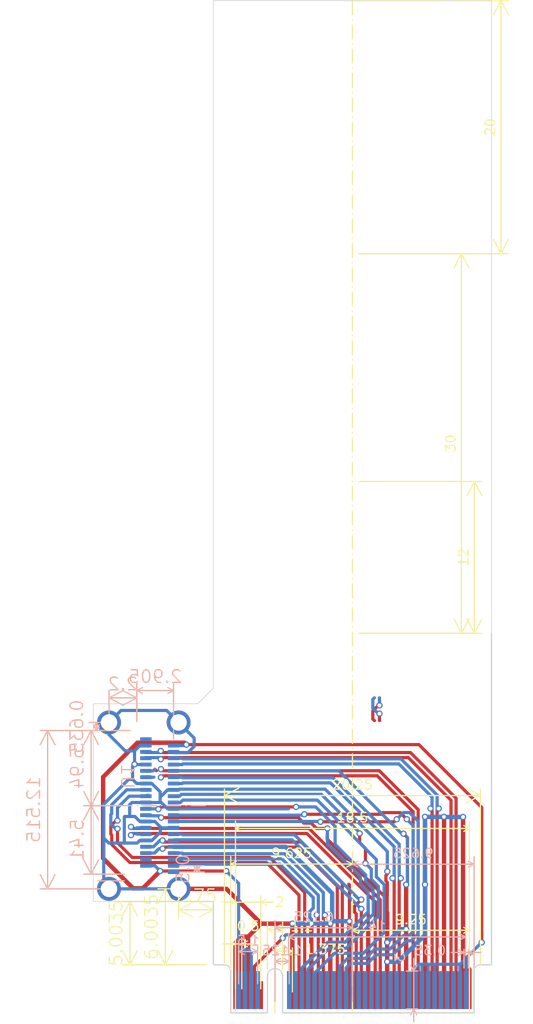
<source format=kicad_pcb>
(kicad_pcb (version 20241229) (generator "pcbnew") (generator_version "9.0")
  (layers (0 "F.Cu" mixed) (2 "B.Cu" mixed) (13 "F.Paste" user) (15 "B.Paste" user) (5 "F.SilkS" user "F.Silkscreen") (7 "B.SilkS" user "B.Silkscreen") (1 "F.Mask" user) (3 "B.Mask" user) (25 "Edge.Cuts" user))
  (net 0 "")
  (net 1 "Net-(U1-2W_SDA)")
  (net 3 "/GND")
  (net 5 "Net-(U1-2W_SCL)")
  (net 6 "/3V3")
  (net 7 "Net-(U1-CPRSNT{slash}CLKREQ)")
  (net 8 "Net-(U1-CWAKE{slash}PEWAKE)")
  (net 9 "Net-(U1-BP_Type{slash}PEDET)")
  (net 10 "/VCKP")
  (net 16 "Net-(U1-PERST)")
  (net 20 "/VCKN")
  (net 24 "/T2N")
  (net 25 "/T0P")
  (net 26 "/T0N")
  (net 27 "/T1P")
  (net 28 "/T3P")
  (net 30 "/T1N")
  (net 32 "/T2P")
  (net 33 "/T3N")
  (net 35 "/R2P")
  (net 36 "/R0N")
  (net 37 "/R0P")
  (net 38 "/R1N")
  (net 39 "/R1P")
  (net 41 "/R3N")
  (net 45 "/R3P")
  (net 46 "/R2N")
  (footprint "Kustom:M.2_M_KEY" (layer "F.Cu") (at 59.91 121.2)
    (property "Reference" "U2" (hide yes))
    (property "Value" "~" (hide yes))
    (fp_line (start -1.75 -2.39646) (end -1.75 -7.4) (stroke (width 0.1)) (layer "Edge.Cuts"))
    (fp_line (start -0.875 -2.39646) (end -1.75 -2.39646) (stroke (width 0.1)) (layer "Edge.Cuts"))
    (fp_line (start -0.375 1.4) (end -0.375 -1.892841) (stroke (width 0.1)) (layer "Edge.Cuts"))
    (fp_line (start 2.525 -1.5) (end 2.525 1.4) (stroke (width 0.1)) (layer "Edge.Cuts"))
    (fp_line (start 2.525 1.4) (end -0.375 1.4) (stroke (width 0.1)) (layer "Edge.Cuts"))
    (fp_line (start 3.725 -1.5) (end 3.725 1.4) (stroke (width 0.1)) (layer "Edge.Cuts"))
    (fp_line (start 18.875 1.4) (end 3.725 1.4) (stroke (width 0.1)) (layer "Edge.Cuts"))
    (fp_line (start 18.875 1.4) (end 18.875 -1.9) (stroke (width 0.1)) (layer "Edge.Cuts"))
    (fp_line (start 19.375 -2.39646) (end 20.25 -2.39646) (stroke (width 0.1)) (layer "Edge.Cuts"))
    (fp_line (start 20.25 -2.39646) (end 20.25 -28.6) (stroke (width 0.1)) (layer "Edge.Cuts"))
    (fp_arc (start -0.875 -2.39646) (mid -0.522696 -2.251263) (end -0.375 -1.9) (stroke (width 0.1)) (layer "Edge.Cuts"))
    (fp_arc (start 2.525 -1.5) (mid 3.125 -2.1) (end 3.725 -1.5) (stroke (width 0.1)) (layer "Edge.Cuts"))
    (fp_arc (start 18.875 -1.9) (mid 19.022696 -2.251263) (end 19.375 -2.39646) (stroke (width 0.1)) (layer "Edge.Cuts"))
  )
  (footprint "Kustom:LDN_2423_17CT0-7H Oculink SFF-8612" (layer "B.Cu") (at 52.82 110.975 90)
    (property "Reference" "U1")
    (property "Value" "~" (hide yes))
  )
  (gr_line (start 58.16 96.93) (end 56.92 98.17) (stroke (width 0.05)) (layer "Edge.Cuts"))
  (gr_line (start 80.16 42.6) (end 58.16 42.6) (stroke (width 0.05)) (layer "Edge.Cuts"))
  (gr_line (start 80.16 92.6) (end 80.16 42.6) (stroke (width 0.05)) (layer "Edge.Cuts"))
  (gr_line (start 58.16 42.6) (end 58.16 96.93) (stroke (width 0.05)) (layer "Edge.Cuts"))
  (gr_line (start 48.66 113.8) (end 48.66 98.17) (stroke (width 0.05)) (layer "Edge.Cuts"))
  (gr_line (start 58.16 113.8) (end 48.66 113.8) (stroke (width 0.05)) (layer "Edge.Cuts"))
  (gr_line (start 56.92 98.17) (end 48.66 98.17) (stroke (width 0.05)) (layer "Edge.Cuts"))
  (dimension (type orthogonal) (layer "F.SilkS") (pts (xy 55.41 112.8) (xy 58.16 118.80354)) (height 1.65) (orientation 0) (format (prefix "") (suffix "") (units 3) (units_format 0) (precision 4) (suppress_zeroes yes)) (style (thickness 0.1) (arrow_length 1.27) (text_position_mode 0) (arrow_direction outward) (extension_height 0.58642) (extension_offset 0.5) (keep_text_aligned yes)) (gr_text "2.75" (at 56.785 113.35 0) (layer "F.SilkS") (effects (font (size 1 1) (thickness 0.1)))))
  (dimension (type orthogonal) (layer "F.SilkS") (pts (xy 55.41 112.8) (xy 56.99 118.80354)) (height -1.05) (orientation 1) (format (prefix "") (suffix "") (units 3) (units_format 0) (precision 4) (suppress_zeroes yes)) (style (thickness 0.1) (arrow_length 1.27) (text_position_mode 0) (arrow_direction outward) (extension_height 0.58642) (extension_offset 0.5) (keep_text_aligned yes)) (gr_text "6.0035" (at 53.26 115.80177 90) (layer "F.SilkS") (effects (font (size 1 1) (thickness 0.1)))))
  (segment (start 71.206123 98.3) (end 70.774 98.732123) (width 0.25) (layer "F.Cu") (net 0))
  (segment (start 71.3 98.3) (end 71.206123 98.3) (width 0.25) (layer "F.Cu") (net 0))
  (segment (start 71.3 99.5) (end 71.3 98.95) (width 0.25) (layer "F.Cu") (net 0))
  (segment (start 70.774 98.732123) (end 70.774 99.375) (width 0.25) (layer "F.Cu") (net 0))
  (segment (start 70.774 99.375) (end 70.9 99.501) (width 0.25) (layer "F.Cu") (net 0))
  (via (at 71.3 98.95) (size 0.5) (drill 0.3) (layers "F.Cu" "B.Cu") (net 0))
  (via (at 71.3 98.3) (size 0.5) (drill 0.3) (layers "F.Cu" "B.Cu") (net 0))
  (segment (start 71.3 98.3) (end 71.3 97.7) (width 0.25) (layer "B.Cu") (net 0))
  (segment (start 71.3 98.3) (end 71.301 98.299) (width 0.25) (layer "B.Cu") (net 0))
  (segment (start 71.3 98.95) (end 71.206123 98.95) (width 0.25) (layer "B.Cu") (net 0))
  (segment (start 70.774 97.826) (end 70.9 97.7) (width 0.25) (layer "B.Cu") (net 0))
  (segment (start 70.774 98.517877) (end 70.774 97.826) (width 0.25) (layer "B.Cu") (net 0))
  (segment (start 71.206123 98.95) (end 70.774 98.517877) (width 0.25) (layer "B.Cu") (net 0))
  (segment (start 71.445 106.905) (end 71.575 106.775) (width 0.25) (layer "F.Cu") (net 1))
  (segment (start 65.353732 106.901268) (end 65.357464 106.905) (width 0.25) (layer "F.Cu") (net 1))
  (segment (start 71.575 106.775) (end 72.941123 106.775) (width 0.25) (layer "F.Cu") (net 1))
  (segment (start 65.357464 106.905) (end 71.445 106.905) (width 0.25) (layer "F.Cu") (net 1))
  (segment (start 72.941123 106.775) (end 73.462123 107.296) (width 0.25) (layer "F.Cu") (net 1))
  (via (at 65.353732 106.901268) (size 0.5) (drill 0.3) (layers "F.Cu" "B.Cu") (net 1))
  (via (at 73.462123 107.296) (size 0.5) (drill 0.3) (layers "F.Cu" "B.Cu") (net 1))
  (segment (start 65.353732 106.901268) (end 65.28 106.975) (width 0.25) (layer "B.Cu") (net 1))
  (segment (start 65.28 106.975) (end 55.01 106.975) (width 0.25) (layer "B.Cu") (net 1))
  (segment (start 68.781739 118.291001) (end 70.197076 118.291001) (width 0.25) (layer "B.Cu") (net 1))
  (segment (start 73.185 116.498878) (end 73.192123 116.506) (width 0.25) (layer "B.Cu") (net 1))
  (segment (start 73.959 116.041) (end 73.959 107.797123) (width 0.25) (layer "B.Cu") (net 1))
  (segment (start 73.192123 116.506) (end 73.627877 116.506) (width 0.25) (layer "B.Cu") (net 1))
  (segment (start 72.127877 117.556) (end 73.185 116.498878) (width 0.25) (layer "B.Cu") (net 1))
  (segment (start 73.961123 107.795) (end 73.462123 107.296) (width 0.25) (layer "B.Cu") (net 1))
  (segment (start 73.627877 116.506) (end 73.936 116.197877) (width 0.25) (layer "B.Cu") (net 1))
  (segment (start 73.936 116.197877) (end 73.936 116.064) (width 0.25) (layer "B.Cu") (net 1))
  (segment (start 68.16 120.8) (end 68.16 118.91274) (width 0.25) (layer "B.Cu") (net 1))
  (segment (start 70.197076 118.291001) (end 70.932077 117.556) (width 0.25) (layer "B.Cu") (net 1))
  (segment (start 70.932077 117.556) (end 72.127877 117.556) (width 0.25) (layer "B.Cu") (net 1))
  (segment (start 73.936 116.064) (end 73.959 116.041) (width 0.25) (layer "B.Cu") (net 1))
  (segment (start 73.959 107.797123) (end 73.961123 107.795) (width 0.25) (layer "B.Cu") (net 1))
  (segment (start 68.16 118.91274) (end 68.781739 118.291001) (width 0.25) (layer "B.Cu") (net 1))
  (segment (start 71.91 117.03) (end 71.91 114.7) (width 0.35) (layer "F.Cu") (net 3))
  (segment (start 60.91 116.58) (end 61.94 115.55) (width 0.35) (layer "F.Cu") (net 3))
  (segment (start 73.41 112.46) (end 73.51 112.36) (width 0.25) (layer "F.Cu") (net 3))
  (segment (start 74.91 112.47) (end 74.9 112.46) (width 0.35) (layer "F.Cu") (net 3))
  (segment (start 70.41 121.2) (end 70.41 116.247539) (width 0.35) (layer "F.Cu") (net 3))
  (segment (start 78.41 119.17) (end 77.91 118.67) (width 0.35) (layer "F.Cu") (net 3))
  (segment (start 65.91 115.55) (end 65.92 115.54) (width 0.35) (layer "F.Cu") (net 3))
  (segment (start 73.41 115.98) (end 73.41 112.46) (width 0.35) (layer "F.Cu") (net 3))
  (segment (start 59.91 117.08) (end 60.41 116.58) (width 0.35) (layer "F.Cu") (net 3))
  (segment (start 68.92 115.36) (end 68.92 112.48) (width 0.25) (layer "F.Cu") (net 3))
  (segment (start 73.51 112.36) (end 73.51 108.75) (width 0.25) (layer "F.Cu") (net 3))
  (segment (start 61.94 115.55) (end 64.41 115.55) (width 0.35) (layer "F.Cu") (net 3))
  (segment (start 71.91 118.56) (end 71.91 117.03) (width 0.35) (layer "F.Cu") (net 3))
  (segment (start 74.9 107.11) (end 74.9 112.46) (width 0.35) (layer "F.Cu") (net 3))
  (segment (start 73.41 121.2) (end 73.41 115.98) (width 0.35) (layer "F.Cu") (net 3))
  (segment (start 77.91 121.2) (end 77.91 118.67) (width 0.35) (layer "F.Cu") (net 3))
  (segment (start 70.41 116.247539) (end 70.41 113.94) (width 0.25) (layer "F.Cu") (net 3))
  (segment (start 78.41 121.2) (end 78.41 119.17) (width 0.35) (layer "F.Cu") (net 3))
  (segment (start 71.91 121.2) (end 71.91 118.56) (width 0.35) (layer "F.Cu") (net 3))
  (segment (start 76.41 107.12) (end 76.4 107.11) (width 0.35) (layer "F.Cu") (net 3))
  (segment (start 77.91 118.67) (end 77.91 107.12) (width 0.35) (layer "F.Cu") (net 3))
  (segment (start 60.91 121.2) (end 60.91 116.58) (width 0.35) (layer "F.Cu") (net 3))
  (segment (start 60.41 116.58) (end 60.91 116.58) (width 0.35) (layer "F.Cu") (net 3))
  (segment (start 65.91 121.2) (end 65.91 115.55) (width 0.35) (layer "F.Cu") (net 3))
  (segment (start 55.41 112.8) (end 59.19 112.8) (width 0.35) (layer "F.Cu") (net 3))
  (segment (start 67.16 108.86) (end 67.16 108.551) (width 0.25) (layer "F.Cu") (net 3))
  (segment (start 68.91 121.2) (end 68.91 115.37) (width 0.35) (layer "F.Cu") (net 3))
  (segment (start 71.91 113.323877) (end 71.92 113.313877) (width 0.25) (layer "F.Cu") (net 3))
  (segment (start 59.19 112.8) (end 61.94 115.55) (width 0.35) (layer "F.Cu") (net 3))
  (segment (start 71.92 111.631123) (end 71.92 111.42) (width 0.25) (layer "F.Cu") (net 3))
  (segment (start 76.41 121.2) (end 76.41 107.12) (width 0.35) (layer "F.Cu") (net 3))
  (segment (start 67.41 115.54) (end 67.41 121.2) (width 0.35) (layer "F.Cu") (net 3))
  (segment (start 68.92 112.48) (end 68.87 112.43) (width 0.25) (layer "F.Cu") (net 3))
  (segment (start 71.92 113.313877) (end 71.92 112.288877) (width 0.25) (layer "F.Cu") (net 3))
  (segment (start 60.41 121.2) (end 60.41 116.58) (width 0.35) (layer "F.Cu") (net 3))
  (segment (start 71.809 111.742123) (end 71.92 111.631123) (width 0.25) (layer "F.Cu") (net 3))
  (segment (start 74.91 121.2) (end 74.91 112.47) (width 0.35) (layer "F.Cu") (net 3))
  (segment (start 71.92 112.288877) (end 71.809 112.177877) (width 0.25) (layer "F.Cu") (net 3))
  (segment (start 71.91 114.7) (end 71.91 113.323877) (width 0.25) (layer "F.Cu") (net 3))
  (segment (start 71.623877 113.323877) (end 67.16 108.86) (width 0.25) (layer "F.Cu") (net 3))
  (segment (start 71.91 113.323877) (end 71.623877 113.323877) (width 0.25) (layer "F.Cu") (net 3))
  (segment (start 64.41 121.2) (end 64.41 115.55) (width 0.35) (layer "F.Cu") (net 3))
  (segment (start 59.91 121.2) (end 59.91 117.08) (width 0.35) (layer "F.Cu") (net 3))
  (segment (start 73.51 108.75) (end 73.2 108.44) (width 0.25) (layer "F.Cu") (net 3))
  (segment (start 68.91 115.37) (end 68.92 115.36) (width 0.35) (layer "F.Cu") (net 3))
  (segment (start 71.809 112.177877) (end 71.809 111.742123) (width 0.25) (layer "F.Cu") (net 3))
  (via (at 64.41 115.55) (size 0.5) (drill 0.3) (layers "F.Cu" "B.Cu") (net 3))
  (via (at 68.92 115.36) (size 0.5) (drill 0.3) (layers "F.Cu" "B.Cu") (net 3))
  (via (at 74.9 112.46) (size 0.5) (drill 0.3) (layers "F.Cu" "B.Cu") (net 3))
  (via (at 76.4 107.11) (size 0.5) (drill 0.3) (layers "F.Cu" "B.Cu") (net 3))
  (via (at 71.91 117.03) (size 0.5) (drill 0.3) (layers "F.Cu" "B.Cu") (net 3))
  (via (at 65.92 115.54) (size 0.5) (drill 0.3) (layers "F.Cu" "B.Cu") (net 3))
  (via (at 71.91 118.56) (size 0.5) (drill 0.3) (layers "F.Cu" "B.Cu") (net 3))
  (via (at 67.41 115.54) (size 0.5) (drill 0.3) (layers "F.Cu" "B.Cu") (net 3))
  (via (at 73.41 115.98) (size 0.5) (drill 0.3) (layers "F.Cu" "B.Cu") (net 3))
  (via (at 74.9 107.11) (size 0.5) (drill 0.3) (layers "F.Cu" "B.Cu") (net 3))
  (via (at 73.41 112.46) (size 0.5) (drill 0.3) (layers "F.Cu" "B.Cu") (net 3))
  (via (at 77.91 107.12) (size 0.5) (drill 0.3) (layers "F.Cu" "B.Cu") (net 3))
  (via (at 51.925 102.95) (size 0.5) (drill 0.3) (layers "F.Cu" "B.Cu") (net 3))
  (via (at 73.2 108.44) (size 0.5) (drill 0.3) (layers "F.Cu" "B.Cu") (net 3))
  (via (at 71.92 111.42) (size 0.5) (drill 0.3) (layers "F.Cu" "B.Cu") (net 3))
  (segment (start 73.41 112.46) (end 73.511 112.359) (width 0.25) (layer "B.Cu") (net 3))
  (segment (start 52.345626 101.475) (end 52.82 101.475) (width 0.25) (layer "B.Cu") (net 3))
  (segment (start 51.51 106.18) (end 51.54 106.21) (width 0.25) (layer "B.Cu") (net 3))
  (segment (start 49.49 108.79) (end 49.88 109.18) (width 0.25) (layer "B.Cu") (net 3))
  (segment (start 55.876601 110.906) (end 55.932601 110.85) (width 0.25) (layer "B.Cu") (net 3))
  (segment (start 51.77 104.15) (end 51.45 104.15) (width 0.25) (layer "B.Cu") (net 3))
  (segment (start 51.54 107.08) (end 51.950626 107.08) (width 0.25) (layer "B.Cu") (net 3))
  (segment (start 56.64 100.88) (end 55.41 99.65) (width 0.25) (layer "B.Cu") (net 3))
  (segment (start 63.42 110.85) (end 66.059 113.489) (width 0.25) (layer "B.Cu") (net 3))
  (segment (start 65.79 115.068877) (end 65.92 115.198877) (width 0.25) (layer "B.Cu") (net 3))
  (segment (start 52.345626 107.475) (end 52.82 107.475) (width 0.25) (layer "B.Cu") (net 3))
  (segment (start 55.01 106.475) (end 54.535626 106.475) (width 0.25) (layer "B.Cu") (net 3))
  (segment (start 55.01 104.975) (end 54.535626 104.975) (width 0.25) (layer "B.Cu") (net 3))
  (segment (start 51.77 104.15) (end 52.095 104.475) (width 0.25) (layer "B.Cu") (net 3))
  (segment (start 54.535626 106.475) (end 54.035626 105.975) (width 0.25) (layer "B.Cu") (net 3))
  (segment (start 51.925 101.895626) (end 51.185626 101.895626) (width 0.25) (layer "B.Cu") (net 3))
  (segment (start 63.88281 109.475) (end 67.561 113.15319) (width 0.35) (layer "B.Cu") (net 3))
  (segment (start 73.511 112.359) (end 73.511 108.751) (width 0.25) (layer "B.Cu") (net 3))
  (segment (start 66.059 114.321) (end 65.79 114.59) (width 0.25) (layer "B.Cu") (net 3))
  (segment (start 55.01 103.475) (end 68.092937 103.475) (width 0.25) (layer "B.Cu") (net 3))
  (segment (start 55.472274 104.92) (end 55.417274 104.975) (width 0.25) (layer "B.Cu") (net 3))
  (segment (start 55.01 109.475) (end 63.88281 109.475) (width 0.35) (layer "B.Cu") (net 3))
  (segment (start 51.950626 107.08) (end 52.345626 107.475) (width 0.25) (layer "B.Cu") (net 3))
  (segment (start 49.905 112.8) (end 55.41 112.8) (width 0.25) (layer "B.Cu") (net 3))
  (segment (start 53.970313 107.909687) (end 54.035626 107.975) (width 0.25) (layer "B.Cu") (net 3))
  (segment (start 49.49 112.385) (end 49.49 108.79) (width 0.25) (layer "B.Cu") (net 3))
  (segment (start 51.925 102.95) (end 51.925 101.895626) (width 0.25) (layer "B.Cu") (net 3))
  (segment (start 51.925 102.975) (end 51.77 103.13) (width 0.25) (layer "B.Cu") (net 3))
  (segment (start 49.905 100.615) (end 49.905 99.65) (width 0.25) (layer "B.Cu") (net 3))
  (segment (start 52.82 104.475) (end 53.294374 104.475) (width 0.25) (layer "B.Cu") (net 3))
  (segment (start 53.294374 104.475) (end 53.95 105.130626) (width 0.25) (layer "B.Cu") (net 3))
  (segment (start 54.035626 105.975) (end 53.95 105.975) (width 0.25) (layer "B.Cu") (net 3))
  (segment (start 51.54 106.21) (end 51.54 107.08) (width 0.25) (layer "B.Cu") (net 3))
  (segment (start 71.92 111.42) (end 71.92 109.84) (width 0.25) (layer "B.Cu") (net 3))
  (segment (start 56.136 102.044) (end 56.64 101.54) (width 0.25) (layer "B.Cu") (net 3))
  (segment (start 67.561 113.15319) (end 67.561 115.389) (width 0.35) (layer "B.Cu") (net 3))
  (segment (start 72.778787 118.56) (end 74.9 116.438787) (width 0.35) (layer "B.Cu") (net 3))
  (segment (start 71.92 109.84) (end 67 104.92) (width 0.25) (layer "B.Cu") (net 3))
  (segment (start 55.417274 104.975) (end 55.01 104.975) (width 0.25) (layer "B.Cu") (net 3))
  (segment (start 53.970313 108.309687) (end 53.970313 107.909687) (width 0.25) (layer "B.Cu") (net 3))
  (segment (start 52.82 107.475) (end 53.535626 107.475) (width 0.25) (layer "B.Cu") (net 3))
  (segment (start 55.079 110.906) (end 55.876601 110.906) (width 0.25) (layer "B.Cu") (net 3))
  (segment (start 52.82 102.975) (end 51.925 102.975) (width 0.25) (layer "B.Cu") (net 3))
  (segment (start 51.185626 101.895626) (end 49.905 100.615) (width 0.25) (layer "B.Cu") (net 3))
  (segment (start 76.41 107.12) (end 76.4 107.11) (width 0.35) (layer "B.Cu") (net 3))
  (segment (start 77.91 107.12) (end 76.41 107.12) (width 0.35) (layer "B.Cu") (net 3))
  (segment (start 55.932601 110.85) (end 63.42 110.85) (width 0.25) (layer "B.Cu") (net 3))
  (segment (start 66.059 113.489) (end 66.059 114.321) (width 0.25) (layer "B.Cu") (net 3))
  (segment (start 49.88 109.18) (end 51.099442 109.18) (width 0.25) (layer "B.Cu") (net 3))
  (segment (start 49.905 112.8) (end 49.49 112.385) (width 0.25) (layer "B.Cu") (net 3))
  (segment (start 53.95 105.560626) (end 53.95 105.975) (width 0.25) (layer "B.Cu") (net 3))
  (segment (start 55.01 101.975) (end 55.079 102.044) (width 0.25) (layer "B.Cu") (net 3))
  (segment (start 65.92 115.54) (end 67.41 115.54) (width 0.35) (layer "B.Cu") (net 3))
  (segment (start 51.114721 109.164721) (end 51.114721 107.115279) (width 0.25) (layer "B.Cu") (net 3))
  (segment (start 51.925 102.975) (end 51.925 102.95) (width 0.25) (layer "B.Cu") (net 3))
  (segment (start 55.01 110.975) (end 55.079 110.906) (width 0.25) (layer "B.Cu") (net 3))
  (segment (start 51.77 103.13) (end 51.77 104.15) (width 0.25) (layer "B.Cu") (net 3))
  (segment (start 51.45 104.15) (end 49.49 106.11) (width 0.25) (layer "B.Cu") (net 3))
  (segment (start 49.905 99.65) (end 50.854999 98.700001) (width 0.25) (layer "B.Cu") (net 3))
  (segment (start 51.114721 107.115279) (end 51.15 107.08) (width 0.25) (layer "B.Cu") (net 3))
  (segment (start 55.01 106.475) (end 64.106123 106.475) (width 0.25) (layer "B.Cu") (net 3))
  (segment (start 74.9 107.11) (end 76.4 107.11) (width 0.35) (layer "B.Cu") (net 3))
  (segment (start 52.82 108.975) (end 53.305 108.975) (width 0.25) (layer "B.Cu") (net 3))
  (segment (start 51.15 107.08) (end 51.54 107.08) (width 0.25) (layer "B.Cu") (net 3))
  (segment (start 52.13 109.18) (end 51.13 109.18) (width 0.25) (layer "B.Cu") (net 3))
  (segment (start 73.057937 108.44) (end 73.2 108.44) (width 0.25) (layer "B.Cu") (net 3))
  (segment (start 51.13 109.18) (end 51.114721 109.164721) (width 0.25) (layer "B.Cu") (net 3))
  (segment (start 65.91 115.55) (end 65.92 115.54) (width 0.35) (layer "B.Cu") (net 3))
  (segment (start 65.92 115.198877) (end 65.92 115.54) (width 0.25) (layer "B.Cu") (net 3))
  (segment (start 71.91 118.56) (end 72.778787 118.56) (width 0.35) (layer "B.Cu") (net 3))
  (segment (start 53.305 108.975) (end 53.970313 108.309687) (width 0.25) (layer "B.Cu") (net 3))
  (segment (start 53.95 105.975) (end 52.82 105.975) (width 0.25) (layer "B.Cu") (net 3))
  (segment (start 52.82 105.975) (end 51.715 105.975) (width 0.25) (layer "B.Cu") (net 3))
  (segment (start 53.95 105.130626) (end 53.95 105.560626) (width 0.25) (layer "B.Cu") (net 3))
  (segment (start 67.561 115.389) (end 67.41 115.54) (width 0.35) (layer "B.Cu") (net 3))
  (segment (start 73.41 115.98) (end 72.96 115.98) (width 0.35) (layer "B.Cu") (net 3))
  (segment (start 51.925 101.895626) (end 52.345626 101.475) (width 0.25) (layer "B.Cu") (net 3))
  (segment (start 67.59 115.36) (end 67.561 115.389) (width 0.35) (layer "B.Cu") (net 3))
  (segment (start 56.64 101.54) (end 56.64 100.88) (width 0.25) (layer "B.Cu") (net 3))
  (segment (start 52.82 108.975) (end 52.335 108.975) (width 0.25) (layer "B.Cu") (net 3))
  (segment (start 53.535626 107.475) (end 53.970313 107.909687) (width 0.25) (layer "B.Cu") (net 3))
  (segment (start 52.095 104.475) (end 52.82 104.475) (width 0.25) (layer "B.Cu") (net 3))
  (segment (start 52.335 108.975) (end 52.13 109.18) (width 0.25) (layer "B.Cu") (net 3))
  (segment (start 68.92 115.36) (end 67.59 115.36) (width 0.35) (layer "B.Cu") (net 3))
  (segment (start 50.854999 98.700001) (end 54.460001 98.700001) (width 0.25) (layer "B.Cu") (net 3))
  (segment (start 74.9 116.438787) (end 74.9 107.11) (width 0.35) (layer "B.Cu") (net 3))
  (segment (start 67 104.92) (end 55.472274 104.92) (width 0.25) (layer "B.Cu") (net 3))
  (segment (start 54.460001 98.700001) (end 55.41 99.65) (width 0.25) (layer "B.Cu") (net 3))
  (segment (start 51.099442 109.18) (end 51.114721 109.164721) (width 0.25) (layer "B.Cu") (net 3))
  (segment (start 68.092937 103.475) (end 73.057937 108.44) (width 0.25) (layer "B.Cu") (net 3))
  (segment (start 54.535626 104.975) (end 53.95 105.560626) (width 0.25) (layer "B.Cu") (net 3))
  (segment (start 49.49 106.11) (end 49.49 108.79) (width 0.25) (layer "B.Cu") (net 3))
  (segment (start 65.79 114.59) (end 65.79 115.068877) (width 0.25) (layer "B.Cu") (net 3))
  (segment (start 54.035626 107.975) (end 55.01 107.975) (width 0.25) (layer "B.Cu") (net 3))
  (segment (start 64.41 115.55) (end 65.91 115.55) (width 0.35) (layer "B.Cu") (net 3))
  (segment (start 55.079 102.044) (end 56.136 102.044) (width 0.25) (layer "B.Cu") (net 3))
  (segment (start 51.715 105.975) (end 51.51 106.18) (width 0.25) (layer "B.Cu") (net 3))
  (segment (start 72.96 115.98) (end 71.91 117.03) (width 0.35) (layer "B.Cu") (net 3))
  (segment (start 72.463814 107.5) (end 72.662814 107.301) (width 0.25) (layer "F.Cu") (net 5))
  (segment (start 66.63 107.5) (end 72.463814 107.5) (width 0.25) (layer "F.Cu") (net 5))
  (via (at 72.662814 107.301) (size 0.5) (drill 0.3) (layers "F.Cu" "B.Cu") (net 5))
  (via (at 66.63 107.5) (size 0.5) (drill 0.3) (layers "F.Cu" "B.Cu") (net 5))
  (segment (start 74.36 116.2071) (end 74.36 109.076123) (width 0.25) (layer "B.Cu") (net 5))
  (segment (start 72.34 118.01) (end 73.443 116.907) (width 0.25) (layer "B.Cu") (net 5))
  (segment (start 73.243246 106.771) (end 73.192814 106.771) (width 0.25) (layer "B.Cu") (net 5))
  (segment (start 69.017999 118.692001) (end 70.363176 118.692001) (width 0.25) (layer "B.Cu") (net 5))
  (segment (start 73.192814 106.771) (end 72.662814 107.301) (width 0.25) (layer "B.Cu") (net 5))
  (segment (start 74.36 109.076123) (end 74.362123 109.074) (width 0.25) (layer "B.Cu") (net 5))
  (segment (start 74.337 116.363977) (end 74.337 116.2301) (width 0.25) (layer "B.Cu") (net 5))
  (segment (start 71.045177 118.01) (end 72.34 118.01) (width 0.25) (layer "B.Cu") (net 5))
  (segment (start 74.362123 107.452123) (end 73.68 106.77) (width 0.25) (layer "B.Cu") (net 5))
  (segment (start 73.443 116.907) (end 73.793977 116.907) (width 0.25) (layer "B.Cu") (net 5))
  (segment (start 73.244246 106.77) (end 73.243246 106.771) (width 0.25) (layer "B.Cu") (net 5))
  (segment (start 55.035 107.5) (end 55.01 107.475) (width 0.25) (layer "B.Cu") (net 5))
  (segment (start 73.793977 116.907) (end 74.337 116.363977) (width 0.25) (layer "B.Cu") (net 5))
  (segment (start 68.66 119.05) (end 69.017999 118.692001) (width 0.25) (layer "B.Cu") (net 5))
  (segment (start 66.605 107.475) (end 66.63 107.5) (width 0.25) (layer "B.Cu") (net 5))
  (segment (start 55.01 107.475) (end 66.605 107.475) (width 0.25) (layer "B.Cu") (net 5))
  (segment (start 70.363176 118.692001) (end 71.045177 118.01) (width 0.25) (layer "B.Cu") (net 5))
  (segment (start 68.66 120.8) (end 68.66 119.05) (width 0.25) (layer "B.Cu") (net 5))
  (segment (start 74.362123 109.074) (end 74.362123 107.452123) (width 0.25) (layer "B.Cu") (net 5))
  (segment (start 74.337 116.2301) (end 74.36 116.2071) (width 0.25) (layer "B.Cu") (net 5))
  (segment (start 73.68 106.77) (end 73.244246 106.77) (width 0.25) (layer "B.Cu") (net 5))
  (segment (start 53.95 111.39) (end 52.58 112.76) (width 0.35) (layer "F.Cu") (net 6))
  (segment (start 49.44 110.39) (end 49.44 103.96) (width 0.35) (layer "F.Cu") (net 6))
  (segment (start 51.81 112.76) (end 49.44 110.39) (width 0.35) (layer "F.Cu") (net 6))
  (segment (start 49.44 103.96) (end 52.15 101.25) (width 0.35) (layer "F.Cu") (net 6))
  (segment (start 59.18 111.39) (end 53.95 111.39) (width 0.25) (layer "F.Cu") (net 6))
  (segment (start 79.39 106.37) (end 79.39 117.03) (width 0.25) (layer "F.Cu") (net 6))
  (segment (start 55.87 101.25) (end 56.02 101.4) (width 0.35) (layer "F.Cu") (net 6))
  (segment (start 56.02 101.4) (end 74.42 101.4) (width 0.25) (layer "F.Cu") (net 6))
  (segment (start 74.42 101.4) (end 79.39 106.37) (width 0.25) (layer "F.Cu") (net 6))
  (segment (start 52.58 112.76) (end 51.81 112.76) (width 0.35) (layer "F.Cu") (net 6))
  (segment (start 52.15 101.25) (end 55.87 101.25) (width 0.35) (layer "F.Cu") (net 6))
  (via (at 59.18 111.39) (size 0.5) (drill 0.3) (layers "F.Cu" "B.Cu") (net 6))
  (via (at 56.02 101.4) (size 0.5) (drill 0.3) (layers "F.Cu" "B.Cu") (net 6))
  (via (at 53.95 111.39) (size 0.5) (drill 0.3) (layers "F.Cu" "B.Cu") (net 6))
  (via (at 79.39 117.03) (size 0.5) (drill 0.3) (layers "F.Cu" "B.Cu") (net 6))
  (segment (start 60.66 117.61) (end 60.16 117.61) (width 0.25) (layer "B.Cu") (net 6))
  (segment (start 75.16 120.8) (end 75.16 118.76) (width 0.25) (layer "B.Cu") (net 6))
  (segment (start 74.16 119.01) (end 74.16 120.8) (width 0.25) (layer "B.Cu") (net 6))
  (segment (start 75.66 118.76) (end 75.16 118.76) (width 0.25) (layer "B.Cu") (net 6))
  (segment (start 55.945 101.475) (end 56.02 101.4) (width 0.25) (layer "B.Cu") (net 6))
  (segment (start 61.16 120.8) (end 61.16 117.85) (width 0.25) (layer "B.Cu") (net 6))
  (segment (start 55.01 101.475) (end 55.945 101.475) (width 0.25) (layer "B.Cu") (net 6))
  (segment (start 78.16 118.26) (end 78.16 120.8) (width 0.25) (layer "B.Cu") (net 6))
  (segment (start 78.325 118.095) (end 78.16 118.26) (width 0.25) (layer "B.Cu") (net 6))
  (segment (start 60.16 112.37) (end 60.16 117.61) (width 0.25) (layer "B.Cu") (net 6))
  (segment (start 75.66 118.76) (end 75.95 118.76) (width 0.25) (layer "B.Cu") (net 6))
  (segment (start 74.66 120.8) (end 74.66 118.76) (width 0.25) (layer "B.Cu") (net 6))
  (segment (start 60.16 120.8) (end 60.16 117.61) (width 0.25) (layer "B.Cu") (net 6))
  (segment (start 53.535 110.975) (end 52.82 110.975) (width 0.25) (layer "B.Cu") (net 6))
  (segment (start 75.95 118.76) (end 77.66 118.76) (width 0.25) (layer "B.Cu") (net 6))
  (segment (start 75.66 120.8) (end 75.66 118.76) (width 0.25) (layer "B.Cu") (net 6))
  (segment (start 75.16 118.76) (end 74.66 118.76) (width 0.25) (layer "B.Cu") (net 6))
  (segment (start 53.95 111.39) (end 53.535 110.975) (width 0.25) (layer "B.Cu") (net 6))
  (segment (start 77.66 118.76) (end 78.325 118.095) (width 0.25) (layer "B.Cu") (net 6))
  (segment (start 59.18 111.39) (end 60.16 112.37) (width 0.25) (layer "B.Cu") (net 6))
  (segment (start 74.41 118.76) (end 74.16 119.01) (width 0.25) (layer "B.Cu") (net 6))
  (segment (start 77.66 120.8) (end 77.66 118.76) (width 0.25) (layer "B.Cu") (net 6))
  (segment (start 60.66 120.8) (end 60.66 117.61) (width 0.25) (layer "B.Cu") (net 6))
  (segment (start 60.92 117.61) (end 60.66 117.61) (width 0.25) (layer "B.Cu") (net 6))
  (segment (start 74.66 118.76) (end 74.41 118.76) (width 0.25) (layer "B.Cu") (net 6))
  (segment (start 79.39 117.03) (end 78.325 118.095) (width 0.25) (layer "B.Cu") (net 6))
  (segment (start 61.16 117.85) (end 60.92 117.61) (width 0.25) (layer "B.Cu") (net 6))
  (segment (start 69.73 109.14) (end 69.73 108.42) (width 0.25) (layer "F.Cu") (net 7))
  (segment (start 70.19 110.78) (end 70.19 109.6) (width 0.25) (layer "F.Cu") (net 7))
  (segment (start 70.19 109.6) (end 69.73 109.14) (width 0.25) (layer "F.Cu") (net 7))
  (via (at 69.73 108.42) (size 0.5) (drill 0.3) (layers "F.Cu" "B.Cu") (net 7))
  (via (at 70.19 110.78) (size 0.5) (drill 0.3) (layers "F.Cu" "B.Cu") (net 7))
  (segment (start 68.680999 117.489001) (end 67.578899 117.489001) (width 0.25) (layer "B.Cu") (net 7))
  (segment (start 55.484374 105.475) (end 55.629374 105.33) (width 0.25) (layer "B.Cu") (net 7))
  (segment (start 67.5779 117.49) (end 67.321372 117.49) (width 0.25) (layer "B.Cu") (net 7))
  (segment (start 55.01 105.475) (end 55.484374 105.475) (width 0.25) (layer "B.Cu") (net 7))
  (segment (start 70.65 111.24) (end 70.65 112.04) (width 0.25) (layer "B.Cu") (net 7))
  (segment (start 55.629374 105.33) (end 66.703642 105.33) (width 0.25) (layer "B.Cu") (net 7))
  (segment (start 66.703642 105.33) (end 69.73 108.356358) (width 0.25) (layer "B.Cu") (net 7))
  (segment (start 65.66 119.151371) (end 65.66 120.8) (width 0.25) (layer "B.Cu") (net 7))
  (segment (start 69.73 108.356358) (end 69.73 108.42) (width 0.25) (layer "B.Cu") (net 7))
  (segment (start 71.211 112.601) (end 71.211 114.959) (width 0.25) (layer "B.Cu") (net 7))
  (segment (start 65.787371 119.024) (end 65.7531 119.024) (width 0.25) (layer "B.Cu") (net 7))
  (segment (start 65.709 119.102371) (end 65.66 119.151371) (width 0.25) (layer "B.Cu") (net 7))
  (segment (start 65.709 119.0681) (end 65.709 119.102371) (width 0.25) (layer "B.Cu") (net 7))
  (segment (start 65.7531 119.024) (end 65.709 119.0681) (width 0.25) (layer "B.Cu") (net 7))
  (segment (start 71.211 114.959) (end 68.680999 117.489001) (width 0.25) (layer "B.Cu") (net 7))
  (segment (start 70.65 112.04) (end 71.211 112.601) (width 0.25) (layer "B.Cu") (net 7))
  (segment (start 67.321372 117.49) (end 65.787371 119.024) (width 0.25) (layer "B.Cu") (net 7))
  (segment (start 67.578899 117.489001) (end 67.5779 117.49) (width 0.25) (layer "B.Cu") (net 7))
  (segment (start 70.19 110.78) (end 70.65 111.24) (width 0.25) (layer "B.Cu") (net 7))
  (segment (start 64.7 106.325) (end 53.988785 106.325) (width 0.25) (layer "F.Cu") (net 8))
  (segment (start 53.988785 106.325) (end 53.813785 106.5) (width 0.25) (layer "F.Cu") (net 8))
  (via (at 64.7 106.325) (size 0.5) (drill 0.3) (layers "F.Cu" "B.Cu") (net 8))
  (via (at 53.813785 106.5) (size 0.5) (drill 0.3) (layers "F.Cu" "B.Cu") (net 8))
  (segment (start 70.81 114.7929) (end 69.7229 115.88) (width 0.25) (layer "B.Cu") (net 8))
  (segment (start 52.82 106.475) (end 53.788785 106.475) (width 0.25) (layer "B.Cu") (net 8))
  (segment (start 69.7229 115.88) (end 69.710977 115.88) (width 0.25) (layer "B.Cu") (net 8))
  (segment (start 70.81 113.22) (end 70.81 114.7929) (width 0.25) (layer "B.Cu") (net 8))
  (segment (start 69.710977 115.88) (end 68.759977 116.831) (width 0.25) (layer "B.Cu") (net 8))
  (segment (start 68.759977 116.831) (end 68.759 116.831) (width 0.25) (layer "B.Cu") (net 8))
  (segment (start 70.801 113.211) (end 70.81 113.22) (width 0.25) (layer "B.Cu") (net 8))
  (segment (start 53.788785 106.475) (end 53.813785 106.5) (width 0.25) (layer "B.Cu") (net 8))
  (segment (start 64.7 106.325) (end 66.255 106.325) (width 0.25) (layer "B.Cu") (net 8))
  (segment (start 68.759 116.831) (end 68.57 117.02) (width 0.25) (layer "B.Cu") (net 8))
  (segment (start 66.255 106.325) (end 67.79 107.86) (width 0.25) (layer "B.Cu") (net 8))
  (segment (start 70.21 112.22) (end 70.801 112.811) (width 0.25) (layer "B.Cu") (net 8))
  (segment (start 70.21 111.7029) (end 70.21 112.22) (width 0.25) (layer "B.Cu") (net 8))
  (segment (start 70.801 112.811) (end 70.801 113.211) (width 0.25) (layer "B.Cu") (net 8))
  (segment (start 67.79 109.2829) (end 70.21 111.7029) (width 0.25) (layer "B.Cu") (net 8))
  (segment (start 65.16 119.05) (end 65.16 120.8) (width 0.25) (layer "B.Cu") (net 8))
  (segment (start 67.19 117.02) (end 65.16 119.05) (width 0.25) (layer "B.Cu") (net 8))
  (segment (start 67.79 107.86) (end 67.79 109.2829) (width 0.25) (layer "B.Cu") (net 8))
  (segment (start 68.57 117.02) (end 67.19 117.02) (width 0.25) (layer "B.Cu") (net 8))
  (segment (start 65.31 107.6) (end 64.88 107.17) (width 0.25) (layer "F.Cu") (net 9))
  (segment (start 61.41 118.92) (end 63.64 116.69) (width 0.25) (layer "F.Cu") (net 9))
  (segment (start 67.18 108.025) (end 66.31855 108.025) (width 0.25) (layer "F.Cu") (net 9))
  (segment (start 61.41 121.2) (end 61.41 118.92) (width 0.25) (layer "F.Cu") (net 9))
  (segment (start 64.88 107.17) (end 54.03 107.17) (width 0.25) (layer "F.Cu") (net 9))
  (segment (start 66.31855 108.025) (end 65.89355 107.6) (width 0.25) (layer "F.Cu") (net 9))
  (segment (start 65.89355 107.6) (end 65.31 107.6) (width 0.25) (layer "F.Cu") (net 9))
  (via (at 67.18 108.025) (size 0.5) (drill 0.3) (layers "F.Cu" "B.Cu") (net 9))
  (via (at 63.64 116.69) (size 0.5) (drill 0.3) (layers "F.Cu" "B.Cu") (net 9))
  (via (at 54.03 107.17) (size 0.5) (drill 0.3) (layers "F.Cu" "B.Cu") (net 9))
  (segment (start 69.446 115.577877) (end 68.593877 116.43) (width 0.25) (layer "B.Cu") (net 9))
  (segment (start 52.871 107.026) (end 53.886 107.026) (width 0.25) (layer "B.Cu") (net 9))
  (segment (start 69.446 115.5769) (end 69.446 115.577877) (width 0.25) (layer "B.Cu") (net 9))
  (segment (start 69.79 112.45) (end 70.4 113.06) (width 0.25) (layer "B.Cu") (net 9))
  (segment (start 69.79 111.85) (end 69.79 112.45) (width 0.25) (layer "B.Cu") (net 9))
  (segment (start 70.4 114.6229) (end 69.446 115.5769) (width 0.25) (layer "B.Cu") (net 9))
  (segment (start 52.82 106.975) (end 52.871 107.026) (width 0.25) (layer "B.Cu") (net 9))
  (segment (start 63.9 116.43) (end 63.64 116.69) (width 0.25) (layer "B.Cu") (net 9))
  (segment (start 68.593877 116.43) (end 63.9 116.43) (width 0.25) (layer "B.Cu") (net 9))
  (segment (start 67.18 109.24) (end 69.79 111.85) (width 0.25) (layer "B.Cu") (net 9))
  (segment (start 53.886 107.026) (end 54.03 107.17) (width 0.25) (layer "B.Cu") (net 9))
  (segment (start 70.4 113.06) (end 70.4 114.6229) (width 0.25) (layer "B.Cu") (net 9))
  (segment (start 67.18 108.025) (end 67.18 109.24) (width 0.25) (layer "B.Cu") (net 9))
  (segment (start 64.935 113.295) (end 62.36 110.72) (width 0.25) (layer "F.Cu") (net 10))
  (segment (start 64.91 121.2) (end 64.91 119.549999) (width 0.25) (layer "F.Cu") (net 10))
  (segment (start 64.91 119.549999) (end 64.935 119.524999) (width 0.25) (layer "F.Cu") (net 10))
  (segment (start 51.55 110.72) (end 50.12 109.29) (width 0.25) (layer "F.Cu") (net 10))
  (segment (start 50.049 107.821) (end 50.47 107.4) (width 0.25) (layer "F.Cu") (net 10))
  (segment (start 50.12 109.29) (end 50.12 108.546) (width 0.25) (layer "F.Cu") (net 10))
  (segment (start 64.935 119.524999) (end 64.935 113.295) (width 0.25) (layer "F.Cu") (net 10))
  (segment (start 50.049 108.475) (end 50.049 107.821) (width 0.25) (layer "F.Cu") (net 10))
  (segment (start 50.47 107.4) (end 50.575 107.4) (width 0.25) (layer "F.Cu") (net 10))
  (segment (start 50.12 108.546) (end 50.049 108.475) (width 0.25) (layer "F.Cu") (net 10))
  (segment (start 62.36 110.72) (end 51.55 110.72) (width 0.25) (layer "F.Cu") (net 10))
  (via (at 50.575 107.4) (size 0.5) (drill 0.3) (layers "F.Cu" "B.Cu") (net 10))
  (segment (start 52.889 105.406) (end 53.04 105.406) (width 0.25) (layer "B.Cu") (net 10))
  (segment (start 50.575 106.395) (end 51.495 105.475) (width 0.25) (layer "B.Cu") (net 10))
  (segment (start 50.575 107.4) (end 50.575 106.395) (width 0.25) (layer "B.Cu") (net 10))
  (segment (start 51.495 105.475) (end 52.82 105.475) (width 0.25) (layer "B.Cu") (net 10))
  (segment (start 50.575 107.4) (end 50.576 107.399) (width 0.25) (layer "B.Cu") (net 10))
  (segment (start 52.82 105.475) (end 52.844999 105.450001) (width 0.25) (layer "B.Cu") (net 10))
  (segment (start 52.82 105.475) (end 52.889 105.406) (width 0.25) (layer "B.Cu") (net 10))
  (segment (start 71.051 111.841) (end 71.67 112.46) (width 0.25) (layer "B.Cu") (net 16))
  (segment (start 67.744999 117.890001) (end 66.16 119.475) (width 0.25) (layer "B.Cu") (net 16))
  (segment (start 69.095 108.528877) (end 71.051 110.484877) (width 0.25) (layer "B.Cu") (net 16))
  (segment (start 55.01 105.975) (end 55.551474 105.975) (width 0.25) (layer "B.Cu") (net 16))
  (segment (start 55.742474 105.784) (end 66.384 105.784) (width 0.25) (layer "B.Cu") (net 16))
  (segment (start 55.551474 105.975) (end 55.742474 105.784) (width 0.25) (layer "B.Cu") (net 16))
  (segment (start 71.051 110.484877) (end 71.051 111.841) (width 0.25) (layer "B.Cu") (net 16))
  (segment (start 66.384 105.784) (end 69.095 108.495) (width 0.25) (layer "B.Cu") (net 16))
  (segment (start 71.67 112.46) (end 71.67 116.250977) (width 0.25) (layer "B.Cu") (net 16))
  (segment (start 70.030976 117.890001) (end 67.744999 117.890001) (width 0.25) (layer "B.Cu") (net 16))
  (segment (start 69.095 108.495) (end 69.095 108.528877) (width 0.25) (layer "B.Cu") (net 16))
  (segment (start 71.67 116.250977) (end 70.030976 117.890001) (width 0.25) (layer "B.Cu") (net 16))
  (segment (start 66.16 119.475) (end 66.16 120.8) (width 0.25) (layer "B.Cu") (net 16))
  (segment (start 65.385 119.524999) (end 65.385 113.087613) (width 0.25) (layer "F.Cu") (net 20))
  (segment (start 65.41 119.549999) (end 65.385 119.524999) (width 0.25) (layer "F.Cu") (net 20))
  (segment (start 65.41 121.2) (end 65.41 119.549999) (width 0.25) (layer "F.Cu") (net 20))
  (segment (start 62.616387 110.319) (end 51.739 110.319) (width 0.25) (layer "F.Cu") (net 20))
  (segment (start 65.385 113.087613) (end 62.616387 110.319) (width 0.25) (layer "F.Cu") (net 20))
  (segment (start 50.575 109.155) (end 50.575 108.05) (width 0.25) (layer "F.Cu") (net 20))
  (segment (start 51.739 110.319) (end 50.575 109.155) (width 0.25) (layer "F.Cu") (net 20))
  (via (at 50.575 108.05) (size 0.5) (drill 0.3) (layers "F.Cu" "B.Cu") (net 20))
  (segment (start 51.296802 104.975) (end 52.82 104.975) (width 0.25) (layer "B.Cu") (net 20))
  (segment (start 52.82 104.975) (end 52.844999 104.999999) (width 0.25) (layer "B.Cu") (net 20))
  (segment (start 50.049 107.669) (end 50.049 106.926) (width 0.25) (layer "B.Cu") (net 20))
  (segment (start 50.049 106.926) (end 50.12 106.855) (width 0.25) (layer "B.Cu") (net 20))
  (segment (start 50.12 106.151802) (end 51.296802 104.975) (width 0.25) (layer "B.Cu") (net 20))
  (segment (start 50.575 108.05) (end 50.43 108.05) (width 0.25) (layer "B.Cu") (net 20))
  (segment (start 50.12 106.855) (end 50.12 106.151802) (width 0.25) (layer "B.Cu") (net 20))
  (segment (start 50.43 108.05) (end 50.049 107.669) (width 0.25) (layer "B.Cu") (net 20))
  (segment (start 72.91 119.549999) (end 72.86 119.499999) (width 0.25) (layer "F.Cu") (net 24))
  (segment (start 72.86 119.499999) (end 72.86 112.085) (width 0.25) (layer "F.Cu") (net 24))
  (segment (start 72.86 112.085) (end 72.985 111.96) (width 0.25) (layer "F.Cu") (net 24))
  (segment (start 72.91 121.2) (end 72.91 119.549999) (width 0.25) (layer "F.Cu") (net 24))
  (via (at 72.985 111.96) (size 0.5) (drill 0.3) (layers "F.Cu" "B.Cu") (net 24))
  (segment (start 72.86 111.835) (end 72.86 109.27) (width 0.25) (layer "B.Cu") (net 24))
  (segment (start 72.985 111.96) (end 72.86 111.835) (width 0.25) (layer "B.Cu") (net 24))
  (segment (start 67.615 104.025) (end 55.742501 104.025) (width 0.25) (layer "B.Cu") (net 24))
  (segment (start 72.86 109.27) (end 67.615 104.025) (width 0.25) (layer "B.Cu") (net 24))
  (segment (start 55.742501 104.025) (end 55.692501 103.975) (width 0.25) (layer "B.Cu") (net 24))
  (segment (start 55.692501 103.975) (end 55.01 103.975) (width 0.25) (layer "B.Cu") (net 24))
  (segment (start 66.41 121.2) (end 66.41 119.549999) (width 0.25) (layer "F.Cu") (net 25))
  (segment (start 66.46 114.995) (end 66.335 114.87) (width 0.25) (layer "F.Cu") (net 25))
  (segment (start 66.41 119.549999) (end 66.46 119.499999) (width 0.25) (layer "F.Cu") (net 25))
  (segment (start 66.46 119.499999) (end 66.46 114.995) (width 0.25) (layer "F.Cu") (net 25))
  (via (at 66.335 114.87) (size 0.5) (drill 0.3) (layers "F.Cu" "B.Cu") (net 25))
  (segment (start 66.46 113.3) (end 63.585 110.425) (width 0.25) (layer "B.Cu") (net 25))
  (segment (start 66.335 114.87) (end 66.46 114.745) (width 0.25) (layer "B.Cu") (net 25))
  (segment (start 55.742501 110.425) (end 55.692501 110.475) (width 0.25) (layer "B.Cu") (net 25))
  (segment (start 66.46 114.745) (end 66.46 113.3) (width 0.25) (layer "B.Cu") (net 25))
  (segment (start 63.585 110.425) (end 55.742501 110.425) (width 0.25) (layer "B.Cu") (net 25))
  (segment (start 55.692501 110.475) (end 55.01 110.475) (width 0.25) (layer "B.Cu") (net 25))
  (segment (start 66.91 121.2) (end 66.91 119.549999) (width 0.25) (layer "F.Cu") (net 26))
  (segment (start 66.91 119.549999) (end 66.86 119.499999) (width 0.25) (layer "F.Cu") (net 26))
  (segment (start 66.86 119.499999) (end 66.86 114.995) (width 0.25) (layer "F.Cu") (net 26))
  (segment (start 66.86 114.995) (end 66.985 114.87) (width 0.25) (layer "F.Cu") (net 26))
  (via (at 66.985 114.87) (size 0.5) (drill 0.3) (layers "F.Cu" "B.Cu") (net 26))
  (segment (start 63.795 110.025) (end 55.742501 110.025) (width 0.25) (layer "B.Cu") (net 26))
  (segment (start 55.742501 110.025) (end 55.692501 109.975) (width 0.25) (layer "B.Cu") (net 26))
  (segment (start 66.86 113.09) (end 63.795 110.025) (width 0.25) (layer "B.Cu") (net 26))
  (segment (start 66.86 114.745) (end 66.86 113.09) (width 0.25) (layer "B.Cu") (net 26))
  (segment (start 55.692501 109.975) (end 55.01 109.975) (width 0.25) (layer "B.Cu") (net 26))
  (segment (start 66.985 114.87) (end 66.86 114.745) (width 0.25) (layer "B.Cu") (net 26))
  (segment (start 69.91 121.2) (end 69.861 121.151) (width 0.25) (layer "F.Cu") (net 27))
  (segment (start 69.91 119.549999) (end 69.86 119.499999) (width 0.25) (layer "F.Cu") (net 27))
  (segment (start 69.86 119.499999) (end 69.86 114.39) (width 0.25) (layer "F.Cu") (net 27))
  (segment (start 69.91 121.2) (end 69.91 119.549999) (width 0.25) (layer "F.Cu") (net 27))
  (via (at 69.86 114.39) (size 0.5) (drill 0.3) (layers "F.Cu" "B.Cu") (net 27))
  (segment (start 64.381123 108.925) (end 55.06 108.925) (width 0.25) (layer "B.Cu") (net 27))
  (segment (start 69.846123 114.39) (end 64.381123 108.925) (width 0.25) (layer "B.Cu") (net 27))
  (segment (start 69.86 114.39) (end 69.846123 114.39) (width 0.25) (layer "B.Cu") (net 27))
  (segment (start 55.06 108.925) (end 55.01 108.975) (width 0.25) (layer "B.Cu") (net 27))
  (segment (start 75.46 119.499999) (end 75.46 106.575) (width 0.25) (layer "F.Cu") (net 28))
  (segment (start 75.41 119.549999) (end 75.46 119.499999) (width 0.25) (layer "F.Cu") (net 28))
  (segment (start 75.46 106.575) (end 75.335 106.45) (width 0.25) (layer "F.Cu") (net 28))
  (segment (start 75.41 121.2) (end 75.41 119.549999) (width 0.25) (layer "F.Cu") (net 28))
  (via (at 75.335 106.45) (size 0.5) (drill 0.3) (layers "F.Cu" "B.Cu") (net 28))
  (segment (start 75.46 106.325) (end 75.335 106.45) (width 0.25) (layer "B.Cu") (net 28))
  (segment (start 55.01 102.975) (end 55.692501 102.975) (width 0.25) (layer "B.Cu") (net 28))
  (segment (start 72.832156 102.925) (end 75.46 105.552844) (width 0.25) (layer "B.Cu") (net 28))
  (segment (start 55.742501 102.925) (end 72.832156 102.925) (width 0.25) (layer "B.Cu") (net 28))
  (segment (start 55.692501 102.975) (end 55.742501 102.925) (width 0.25) (layer "B.Cu") (net 28))
  (segment (start 75.46 105.552844) (end 75.46 106.325) (width 0.25) (layer "B.Cu") (net 28))
  (segment (start 69.459 119.500999) (end 69.459 114.769) (width 0.25) (layer "F.Cu") (net 30))
  (segment (start 69.41 121.2) (end 69.41 119.549999) (width 0.25) (layer "F.Cu") (net 30))
  (segment (start 69.459 114.769) (end 69.334 114.644) (width 0.25) (layer "F.Cu") (net 30))
  (segment (start 69.41 119.549999) (end 69.459 119.500999) (width 0.25) (layer "F.Cu") (net 30))
  (segment (start 69.334 114.644) (end 69.334 114.172123) (width 0.25) (layer "F.Cu") (net 30))
  (segment (start 69.334 114.172123) (end 69.856123 113.65) (width 0.25) (layer "F.Cu") (net 30))
  (via (at 69.86 113.65) (size 0.5) (drill 0.3) (layers "F.Cu" "B.Cu") (net 30))
  (segment (start 64.580612 108.524) (end 55.741501 108.524) (width 0.25) (layer "B.Cu") (net 30))
  (segment (start 69.706612 113.65) (end 64.580612 108.524) (width 0.25) (layer "B.Cu") (net 30))
  (segment (start 55.741501 108.524) (end 55.692501 108.475) (width 0.25) (layer "B.Cu") (net 30))
  (segment (start 55.692501 108.475) (end 55.01 108.475) (width 0.25) (layer "B.Cu") (net 30))
  (segment (start 69.86 113.65) (end 69.706612 113.65) (width 0.25) (layer "B.Cu") (net 30))
  (segment (start 72.41 121.2) (end 72.41 119.549999) (width 0.25) (layer "F.Cu") (net 32))
  (segment (start 72.46 112.085) (end 72.335 111.96) (width 0.25) (layer "F.Cu") (net 32))
  (segment (start 72.41 119.549999) (end 72.46 119.499999) (width 0.25) (layer "F.Cu") (net 32))
  (segment (start 72.46 119.499999) (end 72.46 112.085) (width 0.25) (layer "F.Cu") (net 32))
  (via (at 72.335 111.96) (size 0.5) (drill 0.3) (layers "F.Cu" "B.Cu") (net 32))
  (segment (start 55.742501 104.425) (end 55.692501 104.475) (width 0.25) (layer "B.Cu") (net 32))
  (segment (start 72.335 111.96) (end 72.46 111.835) (width 0.25) (layer "B.Cu") (net 32))
  (segment (start 67.425 104.425) (end 55.742501 104.425) (width 0.25) (layer "B.Cu") (net 32))
  (segment (start 72.46 109.46) (end 67.425 104.425) (width 0.25) (layer "B.Cu") (net 32))
  (segment (start 72.46 111.835) (end 72.46 109.46) (width 0.25) (layer "B.Cu") (net 32))
  (segment (start 55.692501 104.475) (end 55.01 104.475) (width 0.25) (layer "B.Cu") (net 32))
  (segment (start 75.86 106.575) (end 75.985 106.45) (width 0.25) (layer "F.Cu") (net 33))
  (segment (start 75.86 119.499999) (end 75.86 106.575) (width 0.25) (layer "F.Cu") (net 33))
  (segment (start 75.91 119.549999) (end 75.86 119.499999) (width 0.25) (layer "F.Cu") (net 33))
  (segment (start 75.91 121.2) (end 75.91 119.549999) (width 0.25) (layer "F.Cu") (net 33))
  (via (at 75.985 106.45) (size 0.5) (drill 0.3) (layers "F.Cu" "B.Cu") (net 33))
  (segment (start 72.997844 102.525) (end 75.86 105.387156) (width 0.25) (layer "B.Cu") (net 33))
  (segment (start 75.86 105.387156) (end 75.86 106.325) (width 0.25) (layer "B.Cu") (net 33))
  (segment (start 55.742501 102.525) (end 72.997844 102.525) (width 0.25) (layer "B.Cu") (net 33))
  (segment (start 75.86 106.325) (end 75.985 106.45) (width 0.25) (layer "B.Cu") (net 33))
  (segment (start 55.01 102.475) (end 55.692501 102.475) (width 0.25) (layer "B.Cu") (net 33))
  (segment (start 55.692501 102.475) (end 55.742501 102.525) (width 0.25) (layer "B.Cu") (net 33))
  (segment (start 73.91 119.549999) (end 73.96 119.499999) (width 0.25) (layer "F.Cu") (net 35))
  (segment (start 54.137205 103.866525) (end 54.012205 103.991525) (width 0.25) (layer "F.Cu") (net 35))
  (segment (start 71.123681 103.866525) (end 54.137205 103.866525) (width 0.25) (layer "F.Cu") (net 35))
  (segment (start 73.91 121.2) (end 73.91 119.549999) (width 0.25) (layer "F.Cu") (net 35))
  (segment (start 73.96 119.499999) (end 73.96 106.702844) (width 0.25) (layer "F.Cu") (net 35))
  (segment (start 73.96 106.702844) (end 71.123681 103.866525) (width 0.25) (layer "F.Cu") (net 35))
  (via (at 54.012205 103.991525) (size 0.5) (drill 0.3) (layers "F.Cu" "B.Cu") (net 35))
  (segment (start 52.82 103.975) (end 53.455 103.975) (width 0.25) (layer "B.Cu") (net 35))
  (segment (start 53.99568 103.975) (end 54.012205 103.991525) (width 0.25) (layer "B.Cu") (net 35))
  (segment (start 54.265 109.1) (end 54.14 108.975) (width 0.25) (layer "F.Cu") (net 36))
  (segment (start 68.36 119.499999) (end 68.36 112.34) (width 0.25) (layer "F.Cu") (net 36))
  (segment (start 65.12 109.1) (end 54.265 109.1) (width 0.25) (layer "F.Cu") (net 36))
  (segment (start 68.36 112.34) (end 65.12 109.1) (width 0.25) (layer "F.Cu") (net 36))
  (segment (start 68.41 119.549999) (end 68.36 119.499999) (width 0.25) (layer "F.Cu") (net 36))
  (segment (start 68.41 121.2) (end 68.41 119.549999) (width 0.25) (layer "F.Cu") (net 36))
  (via (at 54.14 108.975) (size 0.5) (drill 0.3) (layers "F.Cu" "B.Cu") (net 36))
  (segment (start 53.425 109.475) (end 53.925 108.975) (width 0.25) (layer "B.Cu") (net 36))
  (segment (start 53.925 108.975) (end 54.14 108.975) (width 0.25) (layer "B.Cu") (net 36))
  (segment (start 52.82 109.475) (end 53.425 109.475) (width 0.25) (layer "B.Cu") (net 36))
  (segment (start 67.91 119.549999) (end 67.96 119.499999) (width 0.25) (layer "F.Cu") (net 37))
  (segment (start 67.91 121.2) (end 67.91 119.549999) (width 0.25) (layer "F.Cu") (net 37))
  (segment (start 54.265 109.5) (end 54.14 109.625) (width 0.25) (layer "F.Cu") (net 37))
  (segment (start 67.96 112.59) (end 64.87 109.5) (width 0.25) (layer "F.Cu") (net 37))
  (segment (start 64.87 109.5) (end 54.265 109.5) (width 0.25) (layer "F.Cu") (net 37))
  (segment (start 67.96 119.499999) (end 67.96 112.59) (width 0.25) (layer "F.Cu") (net 37))
  (via (at 54.14 109.625) (size 0.5) (drill 0.3) (layers "F.Cu" "B.Cu") (net 37))
  (segment (start 53.855 109.625) (end 53.505 109.975) (width 0.25) (layer "B.Cu") (net 37))
  (segment (start 53.505 109.975) (end 52.82 109.975) (width 0.25) (layer "B.Cu") (net 37))
  (segment (start 54.14 109.625) (end 53.855 109.625) (width 0.25) (layer "B.Cu") (net 37))
  (segment (start 71.41 119.549999) (end 71.36 119.499999) (width 0.25) (layer "F.Cu") (net 38))
  (segment (start 71.36 113.66) (end 65.725 108.025) (width 0.25) (layer "F.Cu") (net 38))
  (segment (start 51.765721 108.025) (end 65.725 108.025) (width 0.25) (layer "F.Cu") (net 38))
  (segment (start 71.41 121.2) (end 71.41 119.549999) (width 0.25) (layer "F.Cu") (net 38))
  (segment (start 51.640721 107.9) (end 51.765721 108.025) (width 0.25) (layer "F.Cu") (net 38))
  (segment (start 71.36 119.499999) (end 71.36 113.66) (width 0.25) (layer "F.Cu") (net 38))
  (via (at 51.640721 107.9) (size 0.5) (drill 0.3) (layers "F.Cu" "B.Cu") (net 38))
  (segment (start 52.087499 108.025) (end 51.765721 108.025) (width 0.25) (layer "B.Cu") (net 38))
  (segment (start 52.82 107.975) (end 52.137499 107.975) (width 0.25) (layer "B.Cu") (net 38))
  (segment (start 51.765721 108.025) (end 51.640721 107.9) (width 0.25) (layer "B.Cu") (net 38))
  (segment (start 52.137499 107.975) (end 52.087499 108.025) (width 0.25) (layer "B.Cu") (net 38))
  (segment (start 70.96 119.499999) (end 70.96 113.825686) (width 0.25) (layer "F.Cu") (net 39))
  (segment (start 70.91 121.2) (end 70.91 119.549999) (width 0.25) (layer "F.Cu") (net 39))
  (segment (start 51.765721 108.425) (end 65.495 108.425) (width 0.25) (layer "F.Cu") (net 39))
  (segment (start 65.559314 108.425) (end 65.495 108.425) (width 0.25) (layer "F.Cu") (net 39))
  (segment (start 51.640721 108.55) (end 51.765721 108.425) (width 0.25) (layer "F.Cu") (net 39))
  (segment (start 70.91 119.549999) (end 70.96 119.499999) (width 0.25) (layer "F.Cu") (net 39))
  (segment (start 70.96 113.825686) (end 65.559314 108.425) (width 0.25) (layer "F.Cu") (net 39))
  (via (at 51.640721 108.55) (size 0.5) (drill 0.3) (layers "F.Cu" "B.Cu") (net 39))
  (segment (start 52.137499 108.475) (end 52.087499 108.425) (width 0.25) (layer "B.Cu") (net 39))
  (segment (start 51.765721 108.425) (end 51.640721 108.55) (width 0.25) (layer "B.Cu") (net 39))
  (segment (start 52.087499 108.425) (end 51.765721 108.425) (width 0.25) (layer "B.Cu") (net 39))
  (segment (start 52.82 108.475) (end 52.137499 108.475) (width 0.25) (layer "B.Cu") (net 39))
  (segment (start 77.36 105.637156) (end 73.749404 102.02656) (width 0.25) (layer "F.Cu") (net 41))
  (segment (start 77.41 121.2) (end 77.41 119.549999) (width 0.25) (layer "F.Cu") (net 41))
  (segment (start 77.41 119.549999) (end 77.36 119.499999) (width 0.25) (layer "F.Cu") (net 41))
  (segment (start 54.120745 102.02656) (end 53.995745 101.90156) (width 0.25) (layer "F.Cu") (net 41))
  (segment (start 73.749404 102.02656) (end 54.120745 102.02656) (width 0.25) (layer "F.Cu") (net 41))
  (segment (start 77.36 119.499999) (end 77.36 105.637156) (width 0.25) (layer "F.Cu") (net 41))
  (via (at 53.995745 101.90156) (size 0.5) (drill 0.3) (layers "F.Cu" "B.Cu") (net 41))
  (segment (start 53.870745 102.02656) (end 52.76 102.02656) (width 0.25) (layer "B.Cu") (net 41))
  (segment (start 53.995745 101.90156) (end 53.870745 102.02656) (width 0.25) (layer "B.Cu") (net 41))
  (segment (start 73.583716 102.42656) (end 54.120745 102.42656) (width 0.25) (layer "F.Cu") (net 45))
  (segment (start 76.91 121.2) (end 76.91 119.549999) (width 0.25) (layer "F.Cu") (net 45))
  (segment (start 76.96 105.802844) (end 73.583716 102.42656) (width 0.25) (layer "F.Cu") (net 45))
  (segment (start 76.91 119.549999) (end 76.96 119.499999) (width 0.25) (layer "F.Cu") (net 45))
  (segment (start 54.120745 102.42656) (end 53.995745 102.55156) (width 0.25) (layer "F.Cu") (net 45))
  (segment (start 76.96 119.499999) (end 76.96 105.802844) (width 0.25) (layer "F.Cu") (net 45))
  (via (at 53.995745 102.55156) (size 0.5) (drill 0.3) (layers "F.Cu" "B.Cu") (net 45))
  (segment (start 53.870745 102.42656) (end 52.76 102.42656) (width 0.25) (layer "B.Cu") (net 45))
  (segment (start 53.995745 102.55156) (end 53.870745 102.42656) (width 0.25) (layer "B.Cu") (net 45))
  (segment (start 53.653475 103.466525) (end 53.528475 103.341525) (width 0.25) (layer "F.Cu") (net 46))
  (segment (start 74.41 121.2) (end 74.41 119.549999) (width 0.25) (layer "F.Cu") (net 46))
  (segment (start 74.36 106.537156) (end 71.289369 103.466525) (width 0.25) (layer "F.Cu") (net 46))
  (segment (start 71.289369 103.466525) (end 54.137205 103.466525) (width 0.25) (layer "F.Cu") (net 46))
  (segment (start 74.36 119.499999) (end 74.36 106.537156) (width 0.25) (layer "F.Cu") (net 46))
  (segment (start 74.41 119.549999) (end 74.36 119.499999) (width 0.25) (layer "F.Cu") (net 46))
  (via (at 54.012205 103.341525) (size 0.5) (drill 0.3) (layers "F.Cu" "B.Cu") (net 46))
  (segment (start 53.395 103.475) (end 53.528475 103.341525) (width 0.25) (layer "B.Cu") (net 46))
  (segment (start 52.82 103.475) (end 53.395 103.475) (width 0.25) (layer "B.Cu") (net 46))
)
</source>
